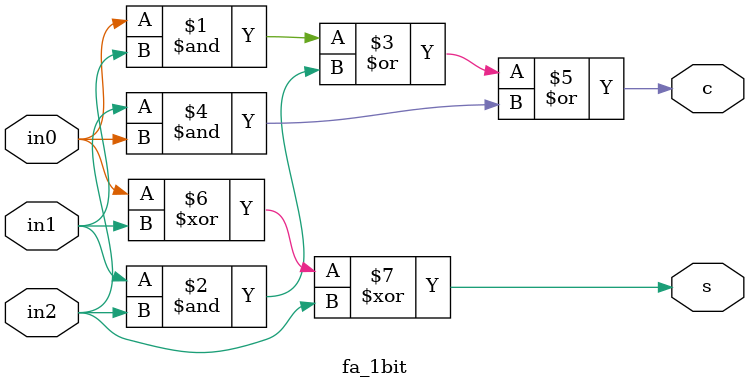
<source format=v>
module fa_1bit(in0, in1, in2, c, s);

input in0, in1, in2;

output c,s;

	assign	c=(in0&in1)|(in1&in2)|(in2&in0);
	assign	s=in0^in1^in2;

endmodule
</source>
